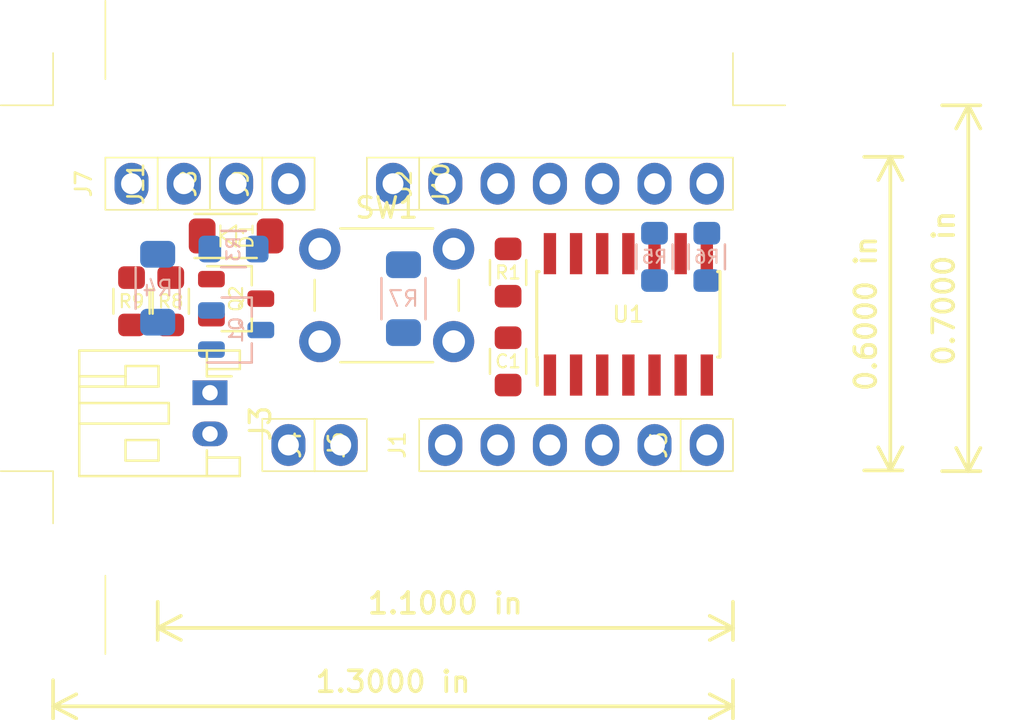
<source format=kicad_pcb>
(kicad_pcb (version 20171130) (host pcbnew "(5.0.1-3-g963ef8bb5)")

  (general
    (thickness 1.6)
    (drawings 12)
    (tracks 0)
    (zones 0)
    (modules 25)
    (nets 22)
  )

  (page A4)
  (title_block
    (title "ATTINY1614 mini board")
    (date 2018-12-10)
    (rev 1)
    (comment 1 creativecommons.org/licenses/by-sa/4.0/)
    (comment 2 "License: CC BY-SA 4.0")
    (comment 3 "(C) Vlad Belous")
  )

  (layers
    (0 F.Cu signal)
    (31 B.Cu signal)
    (32 B.Adhes user)
    (33 F.Adhes user)
    (34 B.Paste user)
    (35 F.Paste user)
    (36 B.SilkS user)
    (37 F.SilkS user)
    (38 B.Mask user)
    (39 F.Mask user)
    (40 Dwgs.User user)
    (41 Cmts.User user)
    (42 Eco1.User user)
    (43 Eco2.User user)
    (44 Edge.Cuts user)
    (45 Margin user)
    (46 B.CrtYd user)
    (47 F.CrtYd user)
    (48 B.Fab user)
    (49 F.Fab user)
  )

  (setup
    (last_trace_width 0.2032)
    (user_trace_width 0.2032)
    (user_trace_width 0.3048)
    (user_trace_width 0.6096)
    (trace_clearance 0.2032)
    (zone_clearance 0.508)
    (zone_45_only no)
    (trace_min 0.2032)
    (segment_width 0.0762)
    (edge_width 0.0254)
    (via_size 0.6096)
    (via_drill 0.3048)
    (via_min_size 0.6096)
    (via_min_drill 0.3048)
    (user_via 0.6096 0.3048)
    (user_via 0.762 0.4064)
    (uvia_size 0.3)
    (uvia_drill 0.1)
    (uvias_allowed no)
    (uvia_min_size 0.2)
    (uvia_min_drill 0.1)
    (pcb_text_width 0.1778)
    (pcb_text_size 1.016 1.016)
    (mod_edge_width 0.0762)
    (mod_text_size 0.762 0.762)
    (mod_text_width 0.1016)
    (pad_size 1.905 1.905)
    (pad_drill 1.016)
    (pad_to_mask_clearance 0.0508)
    (solder_mask_min_width 0.1524)
    (aux_axis_origin 0 0)
    (visible_elements FFFFFF7F)
    (pcbplotparams
      (layerselection 0x010fc_ffffffff)
      (usegerberextensions false)
      (usegerberattributes false)
      (usegerberadvancedattributes false)
      (creategerberjobfile false)
      (excludeedgelayer true)
      (linewidth 0.100000)
      (plotframeref false)
      (viasonmask false)
      (mode 1)
      (useauxorigin false)
      (hpglpennumber 1)
      (hpglpenspeed 20)
      (hpglpendiameter 15.000000)
      (psnegative false)
      (psa4output false)
      (plotreference true)
      (plotvalue true)
      (plotinvisibletext false)
      (padsonsilk false)
      (subtractmaskfromsilk false)
      (outputformat 1)
      (mirror false)
      (drillshape 1)
      (scaleselection 1)
      (outputdirectory ""))
  )

  (net 0 "")
  (net 1 VIN)
  (net 2 GND)
  (net 3 "Net-(J1-Pad2)")
  (net 4 "Net-(J1-Pad3)")
  (net 5 /RX)
  (net 6 /TX)
  (net 7 /SCK)
  (net 8 /MISO)
  (net 9 /MOSI)
  (net 10 /SCL)
  (net 11 /SDA)
  (net 12 "Net-(Q1-Pad1)")
  (net 13 "Net-(Q2-Pad1)")
  (net 14 /~RESET)
  (net 15 VOUT1-~EN)
  (net 16 "Net-(R7-Pad1)")
  (net 17 VEXT-EN)
  (net 18 UPDI)
  (net 19 /EXT_LOAD-)
  (net 20 /EXT_VIN_LOAD+)
  (net 21 /VOUT1)

  (net_class Default "This is the default net class."
    (clearance 0.2032)
    (trace_width 0.2032)
    (via_dia 0.6096)
    (via_drill 0.3048)
    (uvia_dia 0.3)
    (uvia_drill 0.1)
    (diff_pair_gap 0.25)
    (diff_pair_width 0.2032)
    (add_net /EXT_LOAD-)
    (add_net /EXT_VIN_LOAD+)
    (add_net /MISO)
    (add_net /MOSI)
    (add_net /RX)
    (add_net /SCK)
    (add_net /SCL)
    (add_net /SDA)
    (add_net /TX)
    (add_net /VOUT1)
    (add_net /~RESET)
    (add_net GND)
    (add_net "Net-(J1-Pad2)")
    (add_net "Net-(J1-Pad3)")
    (add_net "Net-(Q1-Pad1)")
    (add_net "Net-(Q2-Pad1)")
    (add_net "Net-(R7-Pad1)")
    (add_net UPDI)
    (add_net VEXT-EN)
    (add_net VIN)
    (add_net VOUT1-~EN)
  )

  (module local_footprints:0805_HS (layer F.Cu) (tedit 5C0C83D5) (tstamp 5C107D1A)
    (at 142.748 140.716 90)
    (descr "Resistor SMD 0805, reflow soldering, Vishay (see dcrcw.pdf)")
    (tags "resistor 0805")
    (path /5C0CD2E5)
    (attr smd)
    (fp_text reference C1 (at 0 0 180) (layer F.SilkS)
      (effects (font (size 0.635 0.635) (thickness 0.1016)))
    )
    (fp_text value 100nF (at 0 1.75 90) (layer F.Fab) hide
      (effects (font (size 1 1) (thickness 0.15)))
    )
    (fp_text user %R (at 0 0 90) (layer F.Fab)
      (effects (font (size 0.5 0.5) (thickness 0.075)))
    )
    (fp_line (start -1 0.62) (end -1 -0.62) (layer F.Fab) (width 0.1))
    (fp_line (start 1 0.62) (end -1 0.62) (layer F.Fab) (width 0.1))
    (fp_line (start 1 -0.62) (end 1 0.62) (layer F.Fab) (width 0.1))
    (fp_line (start -1 -0.62) (end 1 -0.62) (layer F.Fab) (width 0.1))
    (fp_line (start 0.6 0.88) (end -0.6 0.88) (layer F.SilkS) (width 0.12))
    (fp_line (start -0.6 -0.88) (end 0.6 -0.88) (layer F.SilkS) (width 0.12))
    (fp_line (start -1.55 -0.9) (end 1.55 -0.9) (layer F.CrtYd) (width 0.05))
    (fp_line (start -1.55 -0.9) (end -1.55 0.9) (layer F.CrtYd) (width 0.05))
    (fp_line (start 1.55 0.9) (end 1.55 -0.9) (layer F.CrtYd) (width 0.05))
    (fp_line (start 1.55 0.9) (end -1.55 0.9) (layer F.CrtYd) (width 0.05))
    (pad 1 smd roundrect (at -1.15 0 90) (size 1.1 1.3) (layers F.Cu F.Paste F.Mask) (roundrect_rratio 0.25)
      (net 1 VIN))
    (pad 2 smd roundrect (at 1.15 0 90) (size 1.1 1.3) (layers F.Cu F.Paste F.Mask) (roundrect_rratio 0.25)
      (net 2 GND))
    (model ${KISYS3DMOD}/Resistors_SMD.3dshapes/R_0805.wrl
      (at (xyz 0 0 0))
      (scale (xyz 1 1 1))
      (rotate (xyz 0 0 0))
    )
  )

  (module local_footprints:1206_Diode_HS (layer F.Cu) (tedit 5C0E1507) (tstamp 5C0F69EE)
    (at 129.54 134.62)
    (descr "Resistor SMD 1206, reflow soldering, Vishay (see dcrcw.pdf)")
    (tags "resistor 1206")
    (path /5C143C60)
    (attr smd)
    (fp_text reference D1 (at 0.508 0 90) (layer F.SilkS)
      (effects (font (size 0.635 0.635) (thickness 0.1016)))
    )
    (fp_text value D_Schottky (at 0 1.95) (layer F.Fab) hide
      (effects (font (size 1 1) (thickness 0.15)))
    )
    (fp_line (start 2.15 1.1) (end -2.15 1.1) (layer F.CrtYd) (width 0.05))
    (fp_line (start 2.15 1.1) (end 2.15 -1.11) (layer F.CrtYd) (width 0.05))
    (fp_line (start -2.15 -1.11) (end -2.15 1.1) (layer F.CrtYd) (width 0.05))
    (fp_line (start -2.15 -1.11) (end 2.15 -1.11) (layer F.CrtYd) (width 0.05))
    (fp_line (start -2.016 -1.07) (end 1 -1.07) (layer F.SilkS) (width 0.12))
    (fp_line (start 1 1.07) (end -2.016 1.07) (layer F.SilkS) (width 0.12))
    (fp_line (start -1.6 -0.8) (end 1.6 -0.8) (layer F.Fab) (width 0.1))
    (fp_line (start 1.6 -0.8) (end 1.6 0.8) (layer F.Fab) (width 0.1))
    (fp_line (start 1.6 0.8) (end -1.6 0.8) (layer F.Fab) (width 0.1))
    (fp_line (start -1.6 0.8) (end -1.6 -0.8) (layer F.Fab) (width 0.1))
    (fp_text user %R (at 0 0) (layer F.Fab)
      (effects (font (size 0.7 0.7) (thickness 0.105)))
    )
    (fp_line (start -0.762 -0.508) (end -0.762 0.508) (layer F.SilkS) (width 0.1016))
    (fp_line (start -0.762 0.508) (end -0.762 0) (layer F.SilkS) (width 0.0762))
    (fp_line (start -0.762 0) (end 0 -0.508) (layer F.SilkS) (width 0.1016))
    (fp_line (start 0 -0.508) (end 0 0.508) (layer F.SilkS) (width 0.1016))
    (fp_line (start 0 0.508) (end -0.762 0) (layer F.SilkS) (width 0.1016))
    (pad 2 smd roundrect (at 1.65 0) (size 1.3 1.7) (layers F.Cu F.Paste F.Mask) (roundrect_rratio 0.25)
      (net 19 /EXT_LOAD-))
    (pad 1 smd roundrect (at -1.65 0) (size 1.3 1.7) (layers F.Cu F.Paste F.Mask) (roundrect_rratio 0.25)
      (net 20 /EXT_VIN_LOAD+))
    (model ${KISYS3DMOD}/Resistors_SMD.3dshapes/R_1206.wrl
      (at (xyz 0 0 0))
      (scale (xyz 1 1 1))
      (rotate (xyz 0 0 0))
    )
  )

  (module local_footprints:Pin_Header_Straight_1x05_Pitch2.54mm (layer F.Cu) (tedit 5C0C9709) (tstamp 5C0F6A05)
    (at 139.7 144.78 90)
    (descr "Through hole straight pin header, 1x07, 2.54mm pitch, single row")
    (tags "Through hole pin header THT 1x07 2.54mm single row")
    (path /5C0E3557)
    (fp_text reference J1 (at 0 -2.33 90) (layer F.SilkS)
      (effects (font (size 0.762 0.762) (thickness 0.127)))
    )
    (fp_text value Conn_01x05 (at 0 13.335 90) (layer F.Fab) hide
      (effects (font (size 1 1) (thickness 0.15)))
    )
    (fp_text user %R (at 0 7.62 180) (layer F.Fab)
      (effects (font (size 1 1) (thickness 0.15)))
    )
    (fp_line (start 1.8 -1.8) (end -1.8 -1.8) (layer F.CrtYd) (width 0.05))
    (fp_line (start 1.8 12.065) (end 1.8 -1.8) (layer F.CrtYd) (width 0.05))
    (fp_line (start -1.8 12.065) (end 1.8 12.065) (layer F.CrtYd) (width 0.05))
    (fp_line (start -1.8 -1.8) (end -1.8 12.065) (layer F.CrtYd) (width 0.05))
    (fp_line (start -1.27 -1.27) (end 1.27 -1.27) (layer F.SilkS) (width 0.0762))
    (fp_line (start 1.27 -1.27) (end 1.27 11.43) (layer F.SilkS) (width 0.0762))
    (fp_line (start -1.27 -1.27) (end -1.27 11.43) (layer F.SilkS) (width 0.0762))
    (fp_line (start -1.27 11.43) (end 1.27 11.43) (layer F.SilkS) (width 0.0762))
    (fp_line (start -1.27 -0.635) (end -0.635 -1.27) (layer F.Fab) (width 0.1))
    (fp_line (start -1.27 11.43) (end -1.27 -0.635) (layer F.Fab) (width 0.1))
    (fp_line (start 1.27 11.43) (end -1.27 11.43) (layer F.Fab) (width 0.1))
    (fp_line (start 1.27 -1.27) (end 1.27 11.43) (layer F.Fab) (width 0.1))
    (fp_line (start -0.635 -1.27) (end 1.27 -1.27) (layer F.Fab) (width 0.1))
    (pad 1 thru_hole oval (at 0 0 90) (size 2.032 1.651) (drill 1.016) (layers *.Cu *.Mask)
      (net 1 VIN))
    (pad 2 thru_hole oval (at 0 2.54 90) (size 2.032 1.651) (drill 1.016) (layers *.Cu *.Mask)
      (net 3 "Net-(J1-Pad2)"))
    (pad 3 thru_hole oval (at 0 5.08 90) (size 2.032 1.651) (drill 1.016) (layers *.Cu *.Mask)
      (net 4 "Net-(J1-Pad3)"))
    (pad 4 thru_hole oval (at 0 7.62 90) (size 2.032 1.651) (drill 1.016) (layers *.Cu *.Mask)
      (net 5 /RX))
    (pad 5 thru_hole oval (at 0 10.16 90) (size 2.032 1.651) (drill 1.016) (layers *.Cu *.Mask)
      (net 6 /TX))
    (model ${KISYS3DMOD}/Pin_Headers.3dshapes/Pin_Header_Straight_1x07_Pitch2.54mm.wrl
      (at (xyz 0 0 0))
      (scale (xyz 1 1 1))
      (rotate (xyz 0 0 0))
    )
  )

  (module Connectors_JST:JST_PH_S2B-PH-K_02x2.00mm_Angled (layer F.Cu) (tedit 5C0F742B) (tstamp 5C108736)
    (at 128.27 142.24 270)
    (descr "JST PH series connector, S2B-PH-K, side entry type, through hole, Datasheet: http://www.jst-mfg.com/product/pdf/eng/ePH.pdf")
    (tags "connector jst ph")
    (path /5C0D2F02)
    (fp_text reference J3 (at 1.5 -2.45 270) (layer F.SilkS)
      (effects (font (size 1 1) (thickness 0.15)))
    )
    (fp_text value BAT_JST_PH (at 1 7.25 270) (layer F.Fab) hide
      (effects (font (size 1 1) (thickness 0.15)))
    )
    (fp_text user %R (at 1 2.5 270) (layer F.Fab)
      (effects (font (size 1 1) (thickness 0.15)))
    )
    (fp_line (start 0.5 1.35) (end 0 0.85) (layer F.Fab) (width 0.1))
    (fp_line (start -0.5 1.35) (end 0.5 1.35) (layer F.Fab) (width 0.1))
    (fp_line (start 0 0.85) (end -0.5 1.35) (layer F.Fab) (width 0.1))
    (fp_line (start -0.8 0.15) (end -0.8 -1.05) (layer F.SilkS) (width 0.12))
    (fp_line (start 3.25 0.25) (end -1.25 0.25) (layer F.Fab) (width 0.1))
    (fp_line (start 3.25 -1.35) (end 3.25 0.25) (layer F.Fab) (width 0.1))
    (fp_line (start 3.95 -1.35) (end 3.25 -1.35) (layer F.Fab) (width 0.1))
    (fp_line (start 3.95 6.25) (end 3.95 -1.35) (layer F.Fab) (width 0.1))
    (fp_line (start -1.95 6.25) (end 3.95 6.25) (layer F.Fab) (width 0.1))
    (fp_line (start -1.95 -1.35) (end -1.95 6.25) (layer F.Fab) (width 0.1))
    (fp_line (start -1.25 -1.35) (end -1.95 -1.35) (layer F.Fab) (width 0.1))
    (fp_line (start -1.25 0.25) (end -1.25 -1.35) (layer F.Fab) (width 0.1))
    (fp_line (start 4.45 -1.85) (end -2.45 -1.85) (layer F.CrtYd) (width 0.05))
    (fp_line (start 4.45 6.75) (end 4.45 -1.85) (layer F.CrtYd) (width 0.05))
    (fp_line (start -2.45 6.75) (end 4.45 6.75) (layer F.CrtYd) (width 0.05))
    (fp_line (start -2.45 -1.85) (end -2.45 6.75) (layer F.CrtYd) (width 0.05))
    (fp_line (start -0.8 4.1) (end -0.8 6.35) (layer F.SilkS) (width 0.12))
    (fp_line (start -0.3 4.1) (end -0.3 6.35) (layer F.SilkS) (width 0.12))
    (fp_line (start 2.3 2.5) (end 3.3 2.5) (layer F.SilkS) (width 0.12))
    (fp_line (start 2.3 4.1) (end 2.3 2.5) (layer F.SilkS) (width 0.12))
    (fp_line (start 3.3 4.1) (end 2.3 4.1) (layer F.SilkS) (width 0.12))
    (fp_line (start 3.3 2.5) (end 3.3 4.1) (layer F.SilkS) (width 0.12))
    (fp_line (start -0.3 2.5) (end -1.3 2.5) (layer F.SilkS) (width 0.12))
    (fp_line (start -0.3 4.1) (end -0.3 2.5) (layer F.SilkS) (width 0.12))
    (fp_line (start -1.3 4.1) (end -0.3 4.1) (layer F.SilkS) (width 0.12))
    (fp_line (start -1.3 2.5) (end -1.3 4.1) (layer F.SilkS) (width 0.12))
    (fp_line (start 4.05 0.15) (end 3.15 0.15) (layer F.SilkS) (width 0.12))
    (fp_line (start -2.05 0.15) (end -1.15 0.15) (layer F.SilkS) (width 0.12))
    (fp_line (start 3.15 0.15) (end 2.8 0.15) (layer F.SilkS) (width 0.12))
    (fp_line (start 3.15 -1.45) (end 3.15 0.15) (layer F.SilkS) (width 0.12))
    (fp_line (start 4.05 -1.45) (end 3.15 -1.45) (layer F.SilkS) (width 0.12))
    (fp_line (start 4.05 6.35) (end 4.05 -1.45) (layer F.SilkS) (width 0.12))
    (fp_line (start -2.05 6.35) (end 4.05 6.35) (layer F.SilkS) (width 0.12))
    (fp_line (start -2.05 -1.45) (end -2.05 6.35) (layer F.SilkS) (width 0.12))
    (fp_line (start -1.15 -1.45) (end -2.05 -1.45) (layer F.SilkS) (width 0.12))
    (fp_line (start -1.15 0.15) (end -1.15 -1.45) (layer F.SilkS) (width 0.12))
    (fp_line (start -0.8 0.15) (end -1.15 0.15) (layer F.SilkS) (width 0.12))
    (fp_line (start 1.5 2) (end 1.5 6.35) (layer F.SilkS) (width 0.12))
    (fp_line (start 0.5 2) (end 1.5 2) (layer F.SilkS) (width 0.12))
    (fp_line (start 0.5 6.35) (end 0.5 2) (layer F.SilkS) (width 0.12))
    (pad 2 thru_hole oval (at 2 0 270) (size 1.2 1.7) (drill 0.75) (layers *.Cu *.Mask)
      (net 2 GND))
    (pad 1 thru_hole rect (at 0 0 270) (size 1.2 1.7) (drill 0.75) (layers *.Cu *.Mask)
      (net 1 VIN))
    (model ${KISYS3DMOD}/Connectors_JST.3dshapes/JST_PH_S2B-PH-K_02x2.00mm_Angled.wrl
      (at (xyz 0 0 0))
      (scale (xyz 1 1 1))
      (rotate (xyz 0 0 0))
    )
  )

  (module local_footprints:Pin_Header_Straight_1x01_Pitch2.54mm (layer F.Cu) (tedit 5C0DF6BE) (tstamp 5C0F6A5C)
    (at 134.62 144.78 90)
    (descr "Through hole straight pin header, 1x07, 2.54mm pitch, single row")
    (tags "Through hole pin header THT 1x07 2.54mm single row")
    (path /5C15005B)
    (fp_text reference J4 (at 0 -2.33 90) (layer F.SilkS)
      (effects (font (size 0.762 0.762) (thickness 0.127)))
    )
    (fp_text value GND (at 0 2.54 90) (layer F.Fab) hide
      (effects (font (size 1 1) (thickness 0.15)))
    )
    (fp_line (start -0.635 -1.27) (end 1.27 -1.27) (layer F.Fab) (width 0.1))
    (fp_line (start 1.27 -1.27) (end 1.27 1.27) (layer F.Fab) (width 0.1))
    (fp_line (start 1.27 1.27) (end -1.27 1.27) (layer F.Fab) (width 0.1))
    (fp_line (start -1.27 1.27) (end -1.27 -0.635) (layer F.Fab) (width 0.1))
    (fp_line (start -1.27 -0.635) (end -0.635 -1.27) (layer F.Fab) (width 0.1))
    (fp_line (start -1.27 1.27) (end 1.27 1.27) (layer F.SilkS) (width 0.0762))
    (fp_line (start -1.27 -1.27) (end -1.27 1.27) (layer F.SilkS) (width 0.0762))
    (fp_line (start 1.27 -1.27) (end 1.27 1.27) (layer F.SilkS) (width 0.0762))
    (fp_line (start -1.27 -1.27) (end 1.27 -1.27) (layer F.SilkS) (width 0.0762))
    (fp_text user %R (at 0 -2.54 270) (layer F.Fab) hide
      (effects (font (size 1 1) (thickness 0.15)))
    )
    (pad 1 thru_hole oval (at 0 0 90) (size 2.032 1.651) (drill 1.016) (layers *.Cu *.Mask)
      (net 2 GND))
    (model ${KISYS3DMOD}/Pin_Headers.3dshapes/Pin_Header_Straight_1x07_Pitch2.54mm.wrl
      (at (xyz 0 0 0))
      (scale (xyz 1 1 1))
      (rotate (xyz 0 0 0))
    )
  )

  (module local_footprints:Pin_Header_Straight_1x01_Pitch2.54mm (layer F.Cu) (tedit 5C0DF6BE) (tstamp 5C0F6A6B)
    (at 152.4 144.78 90)
    (descr "Through hole straight pin header, 1x07, 2.54mm pitch, single row")
    (tags "Through hole pin header THT 1x07 2.54mm single row")
    (path /5C14DBBF)
    (fp_text reference J5 (at 0 -2.33 90) (layer F.SilkS)
      (effects (font (size 0.762 0.762) (thickness 0.127)))
    )
    (fp_text value GND (at 0 2.54 90) (layer F.Fab) hide
      (effects (font (size 1 1) (thickness 0.15)))
    )
    (fp_text user %R (at 0 -2.54 270) (layer F.Fab) hide
      (effects (font (size 1 1) (thickness 0.15)))
    )
    (fp_line (start -1.27 -1.27) (end 1.27 -1.27) (layer F.SilkS) (width 0.0762))
    (fp_line (start 1.27 -1.27) (end 1.27 1.27) (layer F.SilkS) (width 0.0762))
    (fp_line (start -1.27 -1.27) (end -1.27 1.27) (layer F.SilkS) (width 0.0762))
    (fp_line (start -1.27 1.27) (end 1.27 1.27) (layer F.SilkS) (width 0.0762))
    (fp_line (start -1.27 -0.635) (end -0.635 -1.27) (layer F.Fab) (width 0.1))
    (fp_line (start -1.27 1.27) (end -1.27 -0.635) (layer F.Fab) (width 0.1))
    (fp_line (start 1.27 1.27) (end -1.27 1.27) (layer F.Fab) (width 0.1))
    (fp_line (start 1.27 -1.27) (end 1.27 1.27) (layer F.Fab) (width 0.1))
    (fp_line (start -0.635 -1.27) (end 1.27 -1.27) (layer F.Fab) (width 0.1))
    (pad 1 thru_hole oval (at 0 0 90) (size 2.032 1.651) (drill 1.016) (layers *.Cu *.Mask)
      (net 2 GND))
    (model ${KISYS3DMOD}/Pin_Headers.3dshapes/Pin_Header_Straight_1x07_Pitch2.54mm.wrl
      (at (xyz 0 0 0))
      (scale (xyz 1 1 1))
      (rotate (xyz 0 0 0))
    )
  )

  (module local_footprints:Pin_Header_Straight_1x01_Pitch2.54mm (layer F.Cu) (tedit 5C0DF6BE) (tstamp 5C0F6A7A)
    (at 132.08 144.78 270)
    (descr "Through hole straight pin header, 1x07, 2.54mm pitch, single row")
    (tags "Through hole pin header THT 1x07 2.54mm single row")
    (path /5C0EBE90)
    (fp_text reference J6 (at 0 -2.33 270) (layer F.SilkS)
      (effects (font (size 0.762 0.762) (thickness 0.127)))
    )
    (fp_text value VOUT1 (at 0 2.54 270) (layer F.Fab) hide
      (effects (font (size 1 1) (thickness 0.15)))
    )
    (fp_text user %R (at 0 -2.54 90) (layer F.Fab) hide
      (effects (font (size 1 1) (thickness 0.15)))
    )
    (fp_line (start -1.27 -1.27) (end 1.27 -1.27) (layer F.SilkS) (width 0.0762))
    (fp_line (start 1.27 -1.27) (end 1.27 1.27) (layer F.SilkS) (width 0.0762))
    (fp_line (start -1.27 -1.27) (end -1.27 1.27) (layer F.SilkS) (width 0.0762))
    (fp_line (start -1.27 1.27) (end 1.27 1.27) (layer F.SilkS) (width 0.0762))
    (fp_line (start -1.27 -0.635) (end -0.635 -1.27) (layer F.Fab) (width 0.1))
    (fp_line (start -1.27 1.27) (end -1.27 -0.635) (layer F.Fab) (width 0.1))
    (fp_line (start 1.27 1.27) (end -1.27 1.27) (layer F.Fab) (width 0.1))
    (fp_line (start 1.27 -1.27) (end 1.27 1.27) (layer F.Fab) (width 0.1))
    (fp_line (start -0.635 -1.27) (end 1.27 -1.27) (layer F.Fab) (width 0.1))
    (pad 1 thru_hole oval (at 0 0 270) (size 2.032 1.651) (drill 1.016) (layers *.Cu *.Mask)
      (net 21 /VOUT1))
    (model ${KISYS3DMOD}/Pin_Headers.3dshapes/Pin_Header_Straight_1x07_Pitch2.54mm.wrl
      (at (xyz 0 0 0))
      (scale (xyz 1 1 1))
      (rotate (xyz 0 0 0))
    )
  )

  (module local_footprints:Pin_Header_Straight_1x01_Pitch2.54mm (layer F.Cu) (tedit 5C0DF6BE) (tstamp 5C0F6A89)
    (at 124.46 132.08 90)
    (descr "Through hole straight pin header, 1x07, 2.54mm pitch, single row")
    (tags "Through hole pin header THT 1x07 2.54mm single row")
    (path /5C11CBBA)
    (fp_text reference J7 (at 0 -2.33 90) (layer F.SilkS)
      (effects (font (size 0.762 0.762) (thickness 0.127)))
    )
    (fp_text value EXT_VIN (at 0 2.54 90) (layer F.Fab) hide
      (effects (font (size 1 1) (thickness 0.15)))
    )
    (fp_line (start -0.635 -1.27) (end 1.27 -1.27) (layer F.Fab) (width 0.1))
    (fp_line (start 1.27 -1.27) (end 1.27 1.27) (layer F.Fab) (width 0.1))
    (fp_line (start 1.27 1.27) (end -1.27 1.27) (layer F.Fab) (width 0.1))
    (fp_line (start -1.27 1.27) (end -1.27 -0.635) (layer F.Fab) (width 0.1))
    (fp_line (start -1.27 -0.635) (end -0.635 -1.27) (layer F.Fab) (width 0.1))
    (fp_line (start -1.27 1.27) (end 1.27 1.27) (layer F.SilkS) (width 0.0762))
    (fp_line (start -1.27 -1.27) (end -1.27 1.27) (layer F.SilkS) (width 0.0762))
    (fp_line (start 1.27 -1.27) (end 1.27 1.27) (layer F.SilkS) (width 0.0762))
    (fp_line (start -1.27 -1.27) (end 1.27 -1.27) (layer F.SilkS) (width 0.0762))
    (fp_text user %R (at 0 -2.54 270) (layer F.Fab) hide
      (effects (font (size 1 1) (thickness 0.15)))
    )
    (pad 1 thru_hole oval (at 0 0 90) (size 2.032 1.651) (drill 1.016) (layers *.Cu *.Mask)
      (net 20 /EXT_VIN_LOAD+))
    (model ${KISYS3DMOD}/Pin_Headers.3dshapes/Pin_Header_Straight_1x07_Pitch2.54mm.wrl
      (at (xyz 0 0 0))
      (scale (xyz 1 1 1))
      (rotate (xyz 0 0 0))
    )
  )

  (module local_footprints:Pin_Header_Straight_1x01_Pitch2.54mm (layer F.Cu) (tedit 5C0DF6BE) (tstamp 5C0F6A98)
    (at 129.54 132.08 90)
    (descr "Through hole straight pin header, 1x07, 2.54mm pitch, single row")
    (tags "Through hole pin header THT 1x07 2.54mm single row")
    (path /5C1299A2)
    (fp_text reference J8 (at 0 -2.33 90) (layer F.SilkS)
      (effects (font (size 0.762 0.762) (thickness 0.127)))
    )
    (fp_text value EXT_LOAD+ (at 0 2.54 90) (layer F.Fab) hide
      (effects (font (size 1 1) (thickness 0.15)))
    )
    (fp_text user %R (at 0 -2.54 270) (layer F.Fab) hide
      (effects (font (size 1 1) (thickness 0.15)))
    )
    (fp_line (start -1.27 -1.27) (end 1.27 -1.27) (layer F.SilkS) (width 0.0762))
    (fp_line (start 1.27 -1.27) (end 1.27 1.27) (layer F.SilkS) (width 0.0762))
    (fp_line (start -1.27 -1.27) (end -1.27 1.27) (layer F.SilkS) (width 0.0762))
    (fp_line (start -1.27 1.27) (end 1.27 1.27) (layer F.SilkS) (width 0.0762))
    (fp_line (start -1.27 -0.635) (end -0.635 -1.27) (layer F.Fab) (width 0.1))
    (fp_line (start -1.27 1.27) (end -1.27 -0.635) (layer F.Fab) (width 0.1))
    (fp_line (start 1.27 1.27) (end -1.27 1.27) (layer F.Fab) (width 0.1))
    (fp_line (start 1.27 -1.27) (end 1.27 1.27) (layer F.Fab) (width 0.1))
    (fp_line (start -0.635 -1.27) (end 1.27 -1.27) (layer F.Fab) (width 0.1))
    (pad 1 thru_hole oval (at 0 0 90) (size 2.032 1.651) (drill 1.016) (layers *.Cu *.Mask)
      (net 20 /EXT_VIN_LOAD+))
    (model ${KISYS3DMOD}/Pin_Headers.3dshapes/Pin_Header_Straight_1x07_Pitch2.54mm.wrl
      (at (xyz 0 0 0))
      (scale (xyz 1 1 1))
      (rotate (xyz 0 0 0))
    )
  )

  (module local_footprints:Pin_Header_Straight_1x01_Pitch2.54mm (layer F.Cu) (tedit 5C0DF6BE) (tstamp 5C0F6AA7)
    (at 132.08 132.08 90)
    (descr "Through hole straight pin header, 1x07, 2.54mm pitch, single row")
    (tags "Through hole pin header THT 1x07 2.54mm single row")
    (path /5C129AA1)
    (fp_text reference J9 (at 0 -2.33 90) (layer F.SilkS)
      (effects (font (size 0.762 0.762) (thickness 0.127)))
    )
    (fp_text value EXT_LOAD- (at 0 2.54 90) (layer F.Fab) hide
      (effects (font (size 1 1) (thickness 0.15)))
    )
    (fp_line (start -0.635 -1.27) (end 1.27 -1.27) (layer F.Fab) (width 0.1))
    (fp_line (start 1.27 -1.27) (end 1.27 1.27) (layer F.Fab) (width 0.1))
    (fp_line (start 1.27 1.27) (end -1.27 1.27) (layer F.Fab) (width 0.1))
    (fp_line (start -1.27 1.27) (end -1.27 -0.635) (layer F.Fab) (width 0.1))
    (fp_line (start -1.27 -0.635) (end -0.635 -1.27) (layer F.Fab) (width 0.1))
    (fp_line (start -1.27 1.27) (end 1.27 1.27) (layer F.SilkS) (width 0.0762))
    (fp_line (start -1.27 -1.27) (end -1.27 1.27) (layer F.SilkS) (width 0.0762))
    (fp_line (start 1.27 -1.27) (end 1.27 1.27) (layer F.SilkS) (width 0.0762))
    (fp_line (start -1.27 -1.27) (end 1.27 -1.27) (layer F.SilkS) (width 0.0762))
    (fp_text user %R (at 0 -2.54 270) (layer F.Fab) hide
      (effects (font (size 1 1) (thickness 0.15)))
    )
    (pad 1 thru_hole oval (at 0 0 90) (size 2.032 1.651) (drill 1.016) (layers *.Cu *.Mask)
      (net 19 /EXT_LOAD-))
    (model ${KISYS3DMOD}/Pin_Headers.3dshapes/Pin_Header_Straight_1x07_Pitch2.54mm.wrl
      (at (xyz 0 0 0))
      (scale (xyz 1 1 1))
      (rotate (xyz 0 0 0))
    )
  )

  (module local_footprints:SOT-23_HS (layer B.Cu) (tedit 5C0C84E5) (tstamp 5C0F6ABC)
    (at 129.54 139.192)
    (descr "SOT-23, Standard")
    (tags SOT-23)
    (path /5C0D6B1E)
    (attr smd)
    (fp_text reference Q1 (at 0 0 -90) (layer B.SilkS)
      (effects (font (size 0.635 0.635) (thickness 0.1016)) (justify mirror))
    )
    (fp_text value DMP2035U (at 0 -2.5) (layer B.Fab) hide
      (effects (font (size 1 1) (thickness 0.15)) (justify mirror))
    )
    (fp_line (start 0.76 -1.58) (end -0.7 -1.58) (layer B.SilkS) (width 0.12))
    (fp_line (start 0.76 1.58) (end -1.4 1.58) (layer B.SilkS) (width 0.12))
    (fp_line (start -1.7 -1.75) (end -1.7 1.75) (layer B.CrtYd) (width 0.05))
    (fp_line (start 1.7 -1.75) (end -1.7 -1.75) (layer B.CrtYd) (width 0.05))
    (fp_line (start 1.7 1.75) (end 1.7 -1.75) (layer B.CrtYd) (width 0.05))
    (fp_line (start -1.7 1.75) (end 1.7 1.75) (layer B.CrtYd) (width 0.05))
    (fp_line (start 0.76 1.58) (end 0.76 0.65) (layer B.SilkS) (width 0.12))
    (fp_line (start 0.76 -1.58) (end 0.76 -0.65) (layer B.SilkS) (width 0.12))
    (fp_line (start -0.7 -1.52) (end 0.7 -1.52) (layer B.Fab) (width 0.1))
    (fp_line (start 0.7 1.52) (end 0.7 -1.52) (layer B.Fab) (width 0.1))
    (fp_line (start -0.7 0.95) (end -0.15 1.52) (layer B.Fab) (width 0.1))
    (fp_line (start -0.15 1.52) (end 0.7 1.52) (layer B.Fab) (width 0.1))
    (fp_line (start -0.7 0.95) (end -0.7 -1.5) (layer B.Fab) (width 0.1))
    (fp_text user %R (at 0 0 -90) (layer B.Fab)
      (effects (font (size 0.635 0.635) (thickness 0.1016)) (justify mirror))
    )
    (pad 3 smd roundrect (at 1.2 0) (size 1.3 0.8) (layers B.Cu B.Paste B.Mask) (roundrect_rratio 0.25)
      (net 21 /VOUT1))
    (pad 2 smd roundrect (at -1.2 -0.95) (size 1.3 0.8) (layers B.Cu B.Paste B.Mask) (roundrect_rratio 0.25)
      (net 1 VIN))
    (pad 1 smd roundrect (at -1.2 0.95) (size 1.3 0.8) (layers B.Cu B.Paste B.Mask) (roundrect_rratio 0.25)
      (net 12 "Net-(Q1-Pad1)"))
    (model ${KISYS3DMOD}/TO_SOT_Packages_SMD.3dshapes/SOT-23.wrl
      (at (xyz 0 0 0))
      (scale (xyz 1 1 1))
      (rotate (xyz 0 0 0))
    )
  )

  (module local_footprints:SOT-23_HS (layer F.Cu) (tedit 5C0C84E5) (tstamp 5C0F8AFC)
    (at 129.54 137.668)
    (descr "SOT-23, Standard")
    (tags SOT-23)
    (path /5C118D44)
    (attr smd)
    (fp_text reference Q2 (at 0 0 90) (layer F.SilkS)
      (effects (font (size 0.635 0.635) (thickness 0.1016)))
    )
    (fp_text value NTR3C21NZ (at 0 2.5) (layer F.Fab) hide
      (effects (font (size 1 1) (thickness 0.15)))
    )
    (fp_text user %R (at 0 0 90) (layer F.Fab)
      (effects (font (size 0.635 0.635) (thickness 0.1016)))
    )
    (fp_line (start -0.7 -0.95) (end -0.7 1.5) (layer F.Fab) (width 0.1))
    (fp_line (start -0.15 -1.52) (end 0.7 -1.52) (layer F.Fab) (width 0.1))
    (fp_line (start -0.7 -0.95) (end -0.15 -1.52) (layer F.Fab) (width 0.1))
    (fp_line (start 0.7 -1.52) (end 0.7 1.52) (layer F.Fab) (width 0.1))
    (fp_line (start -0.7 1.52) (end 0.7 1.52) (layer F.Fab) (width 0.1))
    (fp_line (start 0.76 1.58) (end 0.76 0.65) (layer F.SilkS) (width 0.12))
    (fp_line (start 0.76 -1.58) (end 0.76 -0.65) (layer F.SilkS) (width 0.12))
    (fp_line (start -1.7 -1.75) (end 1.7 -1.75) (layer F.CrtYd) (width 0.05))
    (fp_line (start 1.7 -1.75) (end 1.7 1.75) (layer F.CrtYd) (width 0.05))
    (fp_line (start 1.7 1.75) (end -1.7 1.75) (layer F.CrtYd) (width 0.05))
    (fp_line (start -1.7 1.75) (end -1.7 -1.75) (layer F.CrtYd) (width 0.05))
    (fp_line (start 0.76 -1.58) (end -1.4 -1.58) (layer F.SilkS) (width 0.12))
    (fp_line (start 0.76 1.58) (end -0.7 1.58) (layer F.SilkS) (width 0.12))
    (pad 1 smd roundrect (at -1.2 -0.95) (size 1.3 0.8) (layers F.Cu F.Paste F.Mask) (roundrect_rratio 0.25)
      (net 13 "Net-(Q2-Pad1)"))
    (pad 2 smd roundrect (at -1.2 0.95) (size 1.3 0.8) (layers F.Cu F.Paste F.Mask) (roundrect_rratio 0.25)
      (net 2 GND))
    (pad 3 smd roundrect (at 1.2 0) (size 1.3 0.8) (layers F.Cu F.Paste F.Mask) (roundrect_rratio 0.25)
      (net 19 /EXT_LOAD-))
    (model ${KISYS3DMOD}/TO_SOT_Packages_SMD.3dshapes/SOT-23.wrl
      (at (xyz 0 0 0))
      (scale (xyz 1 1 1))
      (rotate (xyz 0 0 0))
    )
  )

  (module local_footprints:0805_HS (layer F.Cu) (tedit 5C0C83D5) (tstamp 5C0F6AE2)
    (at 142.748 136.398 270)
    (descr "Resistor SMD 0805, reflow soldering, Vishay (see dcrcw.pdf)")
    (tags "resistor 0805")
    (path /5C0C9288)
    (attr smd)
    (fp_text reference R1 (at 0 0) (layer F.SilkS)
      (effects (font (size 0.635 0.635) (thickness 0.1016)))
    )
    (fp_text value 3.3k (at 0 1.75 270) (layer F.Fab) hide
      (effects (font (size 1 1) (thickness 0.15)))
    )
    (fp_line (start 1.55 0.9) (end -1.55 0.9) (layer F.CrtYd) (width 0.05))
    (fp_line (start 1.55 0.9) (end 1.55 -0.9) (layer F.CrtYd) (width 0.05))
    (fp_line (start -1.55 -0.9) (end -1.55 0.9) (layer F.CrtYd) (width 0.05))
    (fp_line (start -1.55 -0.9) (end 1.55 -0.9) (layer F.CrtYd) (width 0.05))
    (fp_line (start -0.6 -0.88) (end 0.6 -0.88) (layer F.SilkS) (width 0.12))
    (fp_line (start 0.6 0.88) (end -0.6 0.88) (layer F.SilkS) (width 0.12))
    (fp_line (start -1 -0.62) (end 1 -0.62) (layer F.Fab) (width 0.1))
    (fp_line (start 1 -0.62) (end 1 0.62) (layer F.Fab) (width 0.1))
    (fp_line (start 1 0.62) (end -1 0.62) (layer F.Fab) (width 0.1))
    (fp_line (start -1 0.62) (end -1 -0.62) (layer F.Fab) (width 0.1))
    (fp_text user %R (at 0 0 270) (layer F.Fab)
      (effects (font (size 0.5 0.5) (thickness 0.075)))
    )
    (pad 2 smd roundrect (at 1.15 0 270) (size 1.1 1.3) (layers F.Cu F.Paste F.Mask) (roundrect_rratio 0.25)
      (net 14 /~RESET))
    (pad 1 smd roundrect (at -1.15 0 270) (size 1.1 1.3) (layers F.Cu F.Paste F.Mask) (roundrect_rratio 0.25)
      (net 18 UPDI))
    (model ${KISYS3DMOD}/Resistors_SMD.3dshapes/R_0805.wrl
      (at (xyz 0 0 0))
      (scale (xyz 1 1 1))
      (rotate (xyz 0 0 0))
    )
  )

  (module local_footprints:0805_HS (layer B.Cu) (tedit 5C0C83D5) (tstamp 5C0F6AF3)
    (at 129.413 135.255)
    (descr "Resistor SMD 0805, reflow soldering, Vishay (see dcrcw.pdf)")
    (tags "resistor 0805")
    (path /5C0D7BEE)
    (attr smd)
    (fp_text reference R3 (at 0 0 -90) (layer B.SilkS)
      (effects (font (size 0.635 0.635) (thickness 0.1016)) (justify mirror))
    )
    (fp_text value 100k (at 0 -1.75) (layer B.Fab) hide
      (effects (font (size 1 1) (thickness 0.15)) (justify mirror))
    )
    (fp_line (start 1.55 -0.9) (end -1.55 -0.9) (layer B.CrtYd) (width 0.05))
    (fp_line (start 1.55 -0.9) (end 1.55 0.9) (layer B.CrtYd) (width 0.05))
    (fp_line (start -1.55 0.9) (end -1.55 -0.9) (layer B.CrtYd) (width 0.05))
    (fp_line (start -1.55 0.9) (end 1.55 0.9) (layer B.CrtYd) (width 0.05))
    (fp_line (start -0.6 0.88) (end 0.6 0.88) (layer B.SilkS) (width 0.12))
    (fp_line (start 0.6 -0.88) (end -0.6 -0.88) (layer B.SilkS) (width 0.12))
    (fp_line (start -1 0.62) (end 1 0.62) (layer B.Fab) (width 0.1))
    (fp_line (start 1 0.62) (end 1 -0.62) (layer B.Fab) (width 0.1))
    (fp_line (start 1 -0.62) (end -1 -0.62) (layer B.Fab) (width 0.1))
    (fp_line (start -1 -0.62) (end -1 0.62) (layer B.Fab) (width 0.1))
    (fp_text user %R (at 0 0) (layer B.Fab)
      (effects (font (size 0.5 0.5) (thickness 0.075)) (justify mirror))
    )
    (pad 2 smd roundrect (at 1.15 0) (size 1.1 1.3) (layers B.Cu B.Paste B.Mask) (roundrect_rratio 0.25)
      (net 15 VOUT1-~EN))
    (pad 1 smd roundrect (at -1.15 0) (size 1.1 1.3) (layers B.Cu B.Paste B.Mask) (roundrect_rratio 0.25)
      (net 1 VIN))
    (model ${KISYS3DMOD}/Resistors_SMD.3dshapes/R_0805.wrl
      (at (xyz 0 0 0))
      (scale (xyz 1 1 1))
      (rotate (xyz 0 0 0))
    )
  )

  (module local_footprints:1206_HS (layer B.Cu) (tedit 5C0C843B) (tstamp 5C0F6B04)
    (at 125.73 137.16 270)
    (descr "Resistor SMD 1206, reflow soldering, Vishay (see dcrcw.pdf)")
    (tags "resistor 1206")
    (path /5C0DAAD2)
    (attr smd)
    (fp_text reference R4 (at 0 0 180) (layer B.SilkS)
      (effects (font (size 0.762 0.762) (thickness 0.1016)) (justify mirror))
    )
    (fp_text value 100 (at 0 -1.95 270) (layer B.Fab) hide
      (effects (font (size 1 1) (thickness 0.15)) (justify mirror))
    )
    (fp_text user %R (at 0 0 270) (layer B.Fab)
      (effects (font (size 0.7 0.7) (thickness 0.105)) (justify mirror))
    )
    (fp_line (start -1.6 -0.8) (end -1.6 0.8) (layer B.Fab) (width 0.1))
    (fp_line (start 1.6 -0.8) (end -1.6 -0.8) (layer B.Fab) (width 0.1))
    (fp_line (start 1.6 0.8) (end 1.6 -0.8) (layer B.Fab) (width 0.1))
    (fp_line (start -1.6 0.8) (end 1.6 0.8) (layer B.Fab) (width 0.1))
    (fp_line (start 1 -1.07) (end -1 -1.07) (layer B.SilkS) (width 0.12))
    (fp_line (start -1 1.07) (end 1 1.07) (layer B.SilkS) (width 0.12))
    (fp_line (start -2.15 1.11) (end 2.15 1.11) (layer B.CrtYd) (width 0.05))
    (fp_line (start -2.15 1.11) (end -2.15 -1.1) (layer B.CrtYd) (width 0.05))
    (fp_line (start 2.15 -1.1) (end 2.15 1.11) (layer B.CrtYd) (width 0.05))
    (fp_line (start 2.15 -1.1) (end -2.15 -1.1) (layer B.CrtYd) (width 0.05))
    (pad 1 smd roundrect (at -1.65 0 270) (size 1.3 1.7) (layers B.Cu B.Paste B.Mask) (roundrect_rratio 0.25)
      (net 15 VOUT1-~EN))
    (pad 2 smd roundrect (at 1.65 0 270) (size 1.3 1.7) (layers B.Cu B.Paste B.Mask) (roundrect_rratio 0.25)
      (net 12 "Net-(Q1-Pad1)"))
    (model ${KISYS3DMOD}/Resistors_SMD.3dshapes/R_1206.wrl
      (at (xyz 0 0 0))
      (scale (xyz 1 1 1))
      (rotate (xyz 0 0 0))
    )
  )

  (module local_footprints:0805_HS (layer B.Cu) (tedit 5C0C83D5) (tstamp 5C0F6B15)
    (at 149.86 135.636 90)
    (descr "Resistor SMD 0805, reflow soldering, Vishay (see dcrcw.pdf)")
    (tags "resistor 0805")
    (path /5C0C9DA1)
    (attr smd)
    (fp_text reference R5 (at 0 0) (layer B.SilkS)
      (effects (font (size 0.635 0.635) (thickness 0.1016)) (justify mirror))
    )
    (fp_text value 10k (at 0 -1.75 90) (layer B.Fab) hide
      (effects (font (size 1 1) (thickness 0.15)) (justify mirror))
    )
    (fp_text user %R (at 0 0 90) (layer B.Fab)
      (effects (font (size 0.5 0.5) (thickness 0.075)) (justify mirror))
    )
    (fp_line (start -1 -0.62) (end -1 0.62) (layer B.Fab) (width 0.1))
    (fp_line (start 1 -0.62) (end -1 -0.62) (layer B.Fab) (width 0.1))
    (fp_line (start 1 0.62) (end 1 -0.62) (layer B.Fab) (width 0.1))
    (fp_line (start -1 0.62) (end 1 0.62) (layer B.Fab) (width 0.1))
    (fp_line (start 0.6 -0.88) (end -0.6 -0.88) (layer B.SilkS) (width 0.12))
    (fp_line (start -0.6 0.88) (end 0.6 0.88) (layer B.SilkS) (width 0.12))
    (fp_line (start -1.55 0.9) (end 1.55 0.9) (layer B.CrtYd) (width 0.05))
    (fp_line (start -1.55 0.9) (end -1.55 -0.9) (layer B.CrtYd) (width 0.05))
    (fp_line (start 1.55 -0.9) (end 1.55 0.9) (layer B.CrtYd) (width 0.05))
    (fp_line (start 1.55 -0.9) (end -1.55 -0.9) (layer B.CrtYd) (width 0.05))
    (pad 1 smd roundrect (at -1.15 0 90) (size 1.1 1.3) (layers B.Cu B.Paste B.Mask) (roundrect_rratio 0.25)
      (net 1 VIN))
    (pad 2 smd roundrect (at 1.15 0 90) (size 1.1 1.3) (layers B.Cu B.Paste B.Mask) (roundrect_rratio 0.25)
      (net 10 /SCL))
    (model ${KISYS3DMOD}/Resistors_SMD.3dshapes/R_0805.wrl
      (at (xyz 0 0 0))
      (scale (xyz 1 1 1))
      (rotate (xyz 0 0 0))
    )
  )

  (module local_footprints:0805_HS (layer B.Cu) (tedit 5C0C83D5) (tstamp 5C0F6B26)
    (at 152.4 135.636 90)
    (descr "Resistor SMD 0805, reflow soldering, Vishay (see dcrcw.pdf)")
    (tags "resistor 0805")
    (path /5C0CA345)
    (attr smd)
    (fp_text reference R6 (at 0 0) (layer B.SilkS)
      (effects (font (size 0.635 0.635) (thickness 0.1016)) (justify mirror))
    )
    (fp_text value 10k (at 0 -1.75 90) (layer B.Fab) hide
      (effects (font (size 1 1) (thickness 0.15)) (justify mirror))
    )
    (fp_line (start 1.55 -0.9) (end -1.55 -0.9) (layer B.CrtYd) (width 0.05))
    (fp_line (start 1.55 -0.9) (end 1.55 0.9) (layer B.CrtYd) (width 0.05))
    (fp_line (start -1.55 0.9) (end -1.55 -0.9) (layer B.CrtYd) (width 0.05))
    (fp_line (start -1.55 0.9) (end 1.55 0.9) (layer B.CrtYd) (width 0.05))
    (fp_line (start -0.6 0.88) (end 0.6 0.88) (layer B.SilkS) (width 0.12))
    (fp_line (start 0.6 -0.88) (end -0.6 -0.88) (layer B.SilkS) (width 0.12))
    (fp_line (start -1 0.62) (end 1 0.62) (layer B.Fab) (width 0.1))
    (fp_line (start 1 0.62) (end 1 -0.62) (layer B.Fab) (width 0.1))
    (fp_line (start 1 -0.62) (end -1 -0.62) (layer B.Fab) (width 0.1))
    (fp_line (start -1 -0.62) (end -1 0.62) (layer B.Fab) (width 0.1))
    (fp_text user %R (at 0 0 90) (layer B.Fab)
      (effects (font (size 0.5 0.5) (thickness 0.075)) (justify mirror))
    )
    (pad 2 smd roundrect (at 1.15 0 90) (size 1.1 1.3) (layers B.Cu B.Paste B.Mask) (roundrect_rratio 0.25)
      (net 11 /SDA))
    (pad 1 smd roundrect (at -1.15 0 90) (size 1.1 1.3) (layers B.Cu B.Paste B.Mask) (roundrect_rratio 0.25)
      (net 1 VIN))
    (model ${KISYS3DMOD}/Resistors_SMD.3dshapes/R_0805.wrl
      (at (xyz 0 0 0))
      (scale (xyz 1 1 1))
      (rotate (xyz 0 0 0))
    )
  )

  (module local_footprints:1206_HS (layer B.Cu) (tedit 5C0C843B) (tstamp 5C108C19)
    (at 137.668 137.668 90)
    (descr "Resistor SMD 1206, reflow soldering, Vishay (see dcrcw.pdf)")
    (tags "resistor 1206")
    (path /5C0CF277)
    (attr smd)
    (fp_text reference R7 (at 0 0) (layer B.SilkS)
      (effects (font (size 0.762 0.762) (thickness 0.1016)) (justify mirror))
    )
    (fp_text value 100 (at 0 -1.95 90) (layer B.Fab) hide
      (effects (font (size 1 1) (thickness 0.15)) (justify mirror))
    )
    (fp_line (start 2.15 -1.1) (end -2.15 -1.1) (layer B.CrtYd) (width 0.05))
    (fp_line (start 2.15 -1.1) (end 2.15 1.11) (layer B.CrtYd) (width 0.05))
    (fp_line (start -2.15 1.11) (end -2.15 -1.1) (layer B.CrtYd) (width 0.05))
    (fp_line (start -2.15 1.11) (end 2.15 1.11) (layer B.CrtYd) (width 0.05))
    (fp_line (start -1 1.07) (end 1 1.07) (layer B.SilkS) (width 0.12))
    (fp_line (start 1 -1.07) (end -1 -1.07) (layer B.SilkS) (width 0.12))
    (fp_line (start -1.6 0.8) (end 1.6 0.8) (layer B.Fab) (width 0.1))
    (fp_line (start 1.6 0.8) (end 1.6 -0.8) (layer B.Fab) (width 0.1))
    (fp_line (start 1.6 -0.8) (end -1.6 -0.8) (layer B.Fab) (width 0.1))
    (fp_line (start -1.6 -0.8) (end -1.6 0.8) (layer B.Fab) (width 0.1))
    (fp_text user %R (at 0 0 90) (layer B.Fab)
      (effects (font (size 0.7 0.7) (thickness 0.105)) (justify mirror))
    )
    (pad 2 smd roundrect (at 1.65 0 90) (size 1.3 1.7) (layers B.Cu B.Paste B.Mask) (roundrect_rratio 0.25)
      (net 2 GND))
    (pad 1 smd roundrect (at -1.65 0 90) (size 1.3 1.7) (layers B.Cu B.Paste B.Mask) (roundrect_rratio 0.25)
      (net 16 "Net-(R7-Pad1)"))
    (model ${KISYS3DMOD}/Resistors_SMD.3dshapes/R_1206.wrl
      (at (xyz 0 0 0))
      (scale (xyz 1 1 1))
      (rotate (xyz 0 0 0))
    )
  )

  (module local_footprints:0805_HS (layer F.Cu) (tedit 5C0C83D5) (tstamp 5C0F6B48)
    (at 126.365 137.795 90)
    (descr "Resistor SMD 0805, reflow soldering, Vishay (see dcrcw.pdf)")
    (tags "resistor 0805")
    (path /5C1363AA)
    (attr smd)
    (fp_text reference R8 (at 0 0 180) (layer F.SilkS)
      (effects (font (size 0.635 0.635) (thickness 0.1016)))
    )
    (fp_text value 1k (at 0 1.75 90) (layer F.Fab) hide
      (effects (font (size 1 1) (thickness 0.15)))
    )
    (fp_line (start 1.55 0.9) (end -1.55 0.9) (layer F.CrtYd) (width 0.05))
    (fp_line (start 1.55 0.9) (end 1.55 -0.9) (layer F.CrtYd) (width 0.05))
    (fp_line (start -1.55 -0.9) (end -1.55 0.9) (layer F.CrtYd) (width 0.05))
    (fp_line (start -1.55 -0.9) (end 1.55 -0.9) (layer F.CrtYd) (width 0.05))
    (fp_line (start -0.6 -0.88) (end 0.6 -0.88) (layer F.SilkS) (width 0.12))
    (fp_line (start 0.6 0.88) (end -0.6 0.88) (layer F.SilkS) (width 0.12))
    (fp_line (start -1 -0.62) (end 1 -0.62) (layer F.Fab) (width 0.1))
    (fp_line (start 1 -0.62) (end 1 0.62) (layer F.Fab) (width 0.1))
    (fp_line (start 1 0.62) (end -1 0.62) (layer F.Fab) (width 0.1))
    (fp_line (start -1 0.62) (end -1 -0.62) (layer F.Fab) (width 0.1))
    (fp_text user %R (at 0 0 90) (layer F.Fab)
      (effects (font (size 0.5 0.5) (thickness 0.075)))
    )
    (pad 2 smd roundrect (at 1.15 0 90) (size 1.1 1.3) (layers F.Cu F.Paste F.Mask) (roundrect_rratio 0.25)
      (net 13 "Net-(Q2-Pad1)"))
    (pad 1 smd roundrect (at -1.15 0 90) (size 1.1 1.3) (layers F.Cu F.Paste F.Mask) (roundrect_rratio 0.25)
      (net 17 VEXT-EN))
    (model ${KISYS3DMOD}/Resistors_SMD.3dshapes/R_0805.wrl
      (at (xyz 0 0 0))
      (scale (xyz 1 1 1))
      (rotate (xyz 0 0 0))
    )
  )

  (module local_footprints:0805_HS (layer F.Cu) (tedit 5C0C83D5) (tstamp 5C0F6B59)
    (at 124.46 137.795 90)
    (descr "Resistor SMD 0805, reflow soldering, Vishay (see dcrcw.pdf)")
    (tags "resistor 0805")
    (path /5C118E1D)
    (attr smd)
    (fp_text reference R9 (at 0 0 180) (layer F.SilkS)
      (effects (font (size 0.635 0.635) (thickness 0.1016)))
    )
    (fp_text value 100k (at 0 1.75 90) (layer F.Fab) hide
      (effects (font (size 1 1) (thickness 0.15)))
    )
    (fp_text user %R (at 0 0 90) (layer F.Fab)
      (effects (font (size 0.5 0.5) (thickness 0.075)))
    )
    (fp_line (start -1 0.62) (end -1 -0.62) (layer F.Fab) (width 0.1))
    (fp_line (start 1 0.62) (end -1 0.62) (layer F.Fab) (width 0.1))
    (fp_line (start 1 -0.62) (end 1 0.62) (layer F.Fab) (width 0.1))
    (fp_line (start -1 -0.62) (end 1 -0.62) (layer F.Fab) (width 0.1))
    (fp_line (start 0.6 0.88) (end -0.6 0.88) (layer F.SilkS) (width 0.12))
    (fp_line (start -0.6 -0.88) (end 0.6 -0.88) (layer F.SilkS) (width 0.12))
    (fp_line (start -1.55 -0.9) (end 1.55 -0.9) (layer F.CrtYd) (width 0.05))
    (fp_line (start -1.55 -0.9) (end -1.55 0.9) (layer F.CrtYd) (width 0.05))
    (fp_line (start 1.55 0.9) (end 1.55 -0.9) (layer F.CrtYd) (width 0.05))
    (fp_line (start 1.55 0.9) (end -1.55 0.9) (layer F.CrtYd) (width 0.05))
    (pad 1 smd roundrect (at -1.15 0 90) (size 1.1 1.3) (layers F.Cu F.Paste F.Mask) (roundrect_rratio 0.25)
      (net 17 VEXT-EN))
    (pad 2 smd roundrect (at 1.15 0 90) (size 1.1 1.3) (layers F.Cu F.Paste F.Mask) (roundrect_rratio 0.25)
      (net 2 GND))
    (model ${KISYS3DMOD}/Resistors_SMD.3dshapes/R_0805.wrl
      (at (xyz 0 0 0))
      (scale (xyz 1 1 1))
      (rotate (xyz 0 0 0))
    )
  )

  (module Buttons_Switches_THT:SW_PUSH_6mm (layer F.Cu) (tedit 5923F252) (tstamp 5C0F6B78)
    (at 133.604 135.255)
    (descr https://www.omron.com/ecb/products/pdf/en-b3f.pdf)
    (tags "tact sw push 6mm")
    (path /5C0CBBCD)
    (fp_text reference SW1 (at 3.25 -2) (layer F.SilkS)
      (effects (font (size 1 1) (thickness 0.15)))
    )
    (fp_text value SW_SPST (at 3.75 6.7) (layer F.Fab)
      (effects (font (size 1 1) (thickness 0.15)))
    )
    (fp_circle (center 3.25 2.25) (end 1.25 2.5) (layer F.Fab) (width 0.1))
    (fp_line (start 6.75 3) (end 6.75 1.5) (layer F.SilkS) (width 0.12))
    (fp_line (start 5.5 -1) (end 1 -1) (layer F.SilkS) (width 0.12))
    (fp_line (start -0.25 1.5) (end -0.25 3) (layer F.SilkS) (width 0.12))
    (fp_line (start 1 5.5) (end 5.5 5.5) (layer F.SilkS) (width 0.12))
    (fp_line (start 8 -1.25) (end 8 5.75) (layer F.CrtYd) (width 0.05))
    (fp_line (start 7.75 6) (end -1.25 6) (layer F.CrtYd) (width 0.05))
    (fp_line (start -1.5 5.75) (end -1.5 -1.25) (layer F.CrtYd) (width 0.05))
    (fp_line (start -1.25 -1.5) (end 7.75 -1.5) (layer F.CrtYd) (width 0.05))
    (fp_line (start -1.5 6) (end -1.25 6) (layer F.CrtYd) (width 0.05))
    (fp_line (start -1.5 5.75) (end -1.5 6) (layer F.CrtYd) (width 0.05))
    (fp_line (start -1.5 -1.5) (end -1.25 -1.5) (layer F.CrtYd) (width 0.05))
    (fp_line (start -1.5 -1.25) (end -1.5 -1.5) (layer F.CrtYd) (width 0.05))
    (fp_line (start 8 -1.5) (end 8 -1.25) (layer F.CrtYd) (width 0.05))
    (fp_line (start 7.75 -1.5) (end 8 -1.5) (layer F.CrtYd) (width 0.05))
    (fp_line (start 8 6) (end 8 5.75) (layer F.CrtYd) (width 0.05))
    (fp_line (start 7.75 6) (end 8 6) (layer F.CrtYd) (width 0.05))
    (fp_line (start 0.25 -0.75) (end 3.25 -0.75) (layer F.Fab) (width 0.1))
    (fp_line (start 0.25 5.25) (end 0.25 -0.75) (layer F.Fab) (width 0.1))
    (fp_line (start 6.25 5.25) (end 0.25 5.25) (layer F.Fab) (width 0.1))
    (fp_line (start 6.25 -0.75) (end 6.25 5.25) (layer F.Fab) (width 0.1))
    (fp_line (start 3.25 -0.75) (end 6.25 -0.75) (layer F.Fab) (width 0.1))
    (fp_text user %R (at 3.25 2.25) (layer F.Fab)
      (effects (font (size 1 1) (thickness 0.15)))
    )
    (pad 1 thru_hole circle (at 6.5 0 90) (size 2 2) (drill 1.1) (layers *.Cu *.Mask)
      (net 14 /~RESET))
    (pad 2 thru_hole circle (at 6.5 4.5 90) (size 2 2) (drill 1.1) (layers *.Cu *.Mask)
      (net 16 "Net-(R7-Pad1)"))
    (pad 1 thru_hole circle (at 0 0 90) (size 2 2) (drill 1.1) (layers *.Cu *.Mask)
      (net 14 /~RESET))
    (pad 2 thru_hole circle (at 0 4.5 90) (size 2 2) (drill 1.1) (layers *.Cu *.Mask)
      (net 16 "Net-(R7-Pad1)"))
    (model ${KISYS3DMOD}/Buttons_Switches_THT.3dshapes/SW_PUSH_6mm.wrl
      (offset (xyz 0.1269999980926514 0 0))
      (scale (xyz 0.3937 0.3937 0.3937))
      (rotate (xyz 0 0 0))
    )
  )

  (module local_footprints:SOIC-14_3.9x8.7mm_Pitch1.27mm_HS (layer F.Cu) (tedit 5C0C84B5) (tstamp 5C0F6F7E)
    (at 148.59 138.43 90)
    (descr "14-Lead Plastic Small Outline (SL) - Narrow, 3.90 mm Body [SOIC] (see Microchip Packaging Specification 00000049BS.pdf)")
    (tags "SOIC 1.27")
    (path /5C0C88B4)
    (attr smd)
    (fp_text reference U1 (at 0 0 180) (layer F.SilkS)
      (effects (font (size 0.762 0.762) (thickness 0.127)))
    )
    (fp_text value attiny1614 (at 0 5.375 90) (layer F.Fab) hide
      (effects (font (size 1 1) (thickness 0.15)))
    )
    (fp_line (start -2.075 -4.425) (end -3.45 -4.425) (layer F.SilkS) (width 0.15))
    (fp_line (start -2.075 4.45) (end 2.075 4.45) (layer F.SilkS) (width 0.15))
    (fp_line (start -2.075 -4.45) (end 2.075 -4.45) (layer F.SilkS) (width 0.15))
    (fp_line (start -2.075 4.45) (end -2.075 4.335) (layer F.SilkS) (width 0.15))
    (fp_line (start 2.075 4.45) (end 2.075 4.335) (layer F.SilkS) (width 0.15))
    (fp_line (start 2.075 -4.45) (end 2.075 -4.335) (layer F.SilkS) (width 0.15))
    (fp_line (start -2.075 -4.45) (end -2.075 -4.425) (layer F.SilkS) (width 0.15))
    (fp_line (start -3.95 4.65) (end 3.95 4.65) (layer F.CrtYd) (width 0.05))
    (fp_line (start -3.95 -4.65) (end 3.95 -4.65) (layer F.CrtYd) (width 0.05))
    (fp_line (start 3.95 -4.65) (end 3.95 4.65) (layer F.CrtYd) (width 0.05))
    (fp_line (start -3.95 -4.65) (end -3.95 4.65) (layer F.CrtYd) (width 0.05))
    (fp_line (start -1.27 -3.175) (end -0.635 -3.81) (layer F.Fab) (width 0.15))
    (fp_line (start -1.27 3.81) (end -1.27 -3.175) (layer F.Fab) (width 0.15))
    (fp_line (start 1.27 3.81) (end -1.27 3.81) (layer F.Fab) (width 0.15))
    (fp_line (start 1.27 -3.81) (end 1.27 3.81) (layer F.Fab) (width 0.15))
    (fp_line (start -0.635 -3.81) (end 1.27 -3.81) (layer F.Fab) (width 0.15))
    (fp_text user %R (at 0 0 180) (layer F.Fab)
      (effects (font (size 0.762 0.762) (thickness 0.127)))
    )
    (pad 14 smd rect (at 2.95 -3.81 90) (size 2 0.6) (layers F.Cu F.Paste F.Mask)
      (net 2 GND))
    (pad 13 smd rect (at 2.95 -2.54 90) (size 2 0.6) (layers F.Cu F.Paste F.Mask)
      (net 7 /SCK))
    (pad 12 smd rect (at 2.95 -1.27 90) (size 2 0.6) (layers F.Cu F.Paste F.Mask)
      (net 8 /MISO))
    (pad 11 smd rect (at 2.95 0 90) (size 2 0.6) (layers F.Cu F.Paste F.Mask)
      (net 9 /MOSI))
    (pad 10 smd rect (at 2.95 1.27 90) (size 2 0.6) (layers F.Cu F.Paste F.Mask)
      (net 14 /~RESET))
    (pad 9 smd rect (at 2.95 2.54 90) (size 2 0.6) (layers F.Cu F.Paste F.Mask)
      (net 10 /SCL))
    (pad 8 smd rect (at 2.95 3.81 90) (size 2 0.6) (layers F.Cu F.Paste F.Mask)
      (net 11 /SDA))
    (pad 7 smd rect (at -2.95 3.81 90) (size 2 0.6) (layers F.Cu F.Paste F.Mask)
      (net 6 /TX))
    (pad 6 smd rect (at -2.95 2.54 90) (size 2 0.6) (layers F.Cu F.Paste F.Mask)
      (net 5 /RX))
    (pad 5 smd rect (at -2.95 1.27 90) (size 2 0.6) (layers F.Cu F.Paste F.Mask)
      (net 4 "Net-(J1-Pad3)"))
    (pad 4 smd rect (at -2.95 0 90) (size 2 0.6) (layers F.Cu F.Paste F.Mask)
      (net 3 "Net-(J1-Pad2)"))
    (pad 3 smd rect (at -2.95 -1.27 90) (size 2 0.6) (layers F.Cu F.Paste F.Mask)
      (net 17 VEXT-EN))
    (pad 2 smd rect (at -2.95 -2.54 90) (size 2 0.6) (layers F.Cu F.Paste F.Mask)
      (net 15 VOUT1-~EN))
    (pad 1 smd rect (at -2.95 -3.81 90) (size 2 0.6) (layers F.Cu F.Paste F.Mask)
      (net 1 VIN))
    (model ${KISYS3DMOD}/Housings_SOIC.3dshapes/SOIC-14_3.9x8.7mm_Pitch1.27mm.wrl
      (at (xyz 0 0 0))
      (scale (xyz 1 1 1))
      (rotate (xyz 0 0 0))
    )
  )

  (module local_footprints:Pin_Header_Straight_1x01_Pitch2.54mm (layer F.Cu) (tedit 5C0DF6BE) (tstamp 5C0F84C6)
    (at 137.16 132.08 270)
    (descr "Through hole straight pin header, 1x07, 2.54mm pitch, single row")
    (tags "Through hole pin header THT 1x07 2.54mm single row")
    (path /5C1067D4)
    (fp_text reference J10 (at 0 -2.33 270) (layer F.SilkS)
      (effects (font (size 0.762 0.762) (thickness 0.127)))
    )
    (fp_text value UPDI (at 0 2.54 270) (layer F.Fab) hide
      (effects (font (size 1 1) (thickness 0.15)))
    )
    (fp_text user %R (at 0 -2.54 90) (layer F.Fab) hide
      (effects (font (size 1 1) (thickness 0.15)))
    )
    (fp_line (start -1.27 -1.27) (end 1.27 -1.27) (layer F.SilkS) (width 0.0762))
    (fp_line (start 1.27 -1.27) (end 1.27 1.27) (layer F.SilkS) (width 0.0762))
    (fp_line (start -1.27 -1.27) (end -1.27 1.27) (layer F.SilkS) (width 0.0762))
    (fp_line (start -1.27 1.27) (end 1.27 1.27) (layer F.SilkS) (width 0.0762))
    (fp_line (start -1.27 -0.635) (end -0.635 -1.27) (layer F.Fab) (width 0.1))
    (fp_line (start -1.27 1.27) (end -1.27 -0.635) (layer F.Fab) (width 0.1))
    (fp_line (start 1.27 1.27) (end -1.27 1.27) (layer F.Fab) (width 0.1))
    (fp_line (start 1.27 -1.27) (end 1.27 1.27) (layer F.Fab) (width 0.1))
    (fp_line (start -0.635 -1.27) (end 1.27 -1.27) (layer F.Fab) (width 0.1))
    (pad 1 thru_hole oval (at 0 0 270) (size 2.032 1.651) (drill 1.016) (layers *.Cu *.Mask)
      (net 18 UPDI))
    (model ${KISYS3DMOD}/Pin_Headers.3dshapes/Pin_Header_Straight_1x07_Pitch2.54mm.wrl
      (at (xyz 0 0 0))
      (scale (xyz 1 1 1))
      (rotate (xyz 0 0 0))
    )
  )

  (module local_footprints:Pin_Header_Straight_1x06_Pitch2.54mm (layer F.Cu) (tedit 5C0F6E7A) (tstamp 5C0F856C)
    (at 139.7 132.08 90)
    (descr "Through hole straight pin header, 1x07, 2.54mm pitch, single row")
    (tags "Through hole pin header THT 1x07 2.54mm single row")
    (path /5C0FA426)
    (fp_text reference J2 (at 0 -2.032 90) (layer F.SilkS)
      (effects (font (size 0.762 0.762) (thickness 0.127)))
    )
    (fp_text value Conn_01x06 (at 0 14.986 270) (layer F.Fab) hide
      (effects (font (size 1 1) (thickness 0.15)))
    )
    (fp_text user %R (at 0 7.62 180) (layer F.Fab)
      (effects (font (size 1 1) (thickness 0.15)))
    )
    (fp_line (start -1.27 -1.27) (end 1.27 -1.27) (layer F.SilkS) (width 0.0762))
    (fp_line (start 1.27 -1.27) (end 1.27 13.97) (layer F.SilkS) (width 0.0762))
    (fp_line (start -1.27 -1.27) (end -1.27 13.97) (layer F.SilkS) (width 0.0762))
    (fp_line (start -1.27 13.97) (end 1.27 13.97) (layer F.SilkS) (width 0.0762))
    (fp_line (start -1.27 -0.635) (end -0.635 -1.27) (layer F.Fab) (width 0.1))
    (fp_line (start -1.27 13.97) (end -1.27 -0.635) (layer F.Fab) (width 0.1))
    (fp_line (start 1.27 13.97) (end -1.27 13.97) (layer F.Fab) (width 0.1))
    (fp_line (start 1.27 -1.27) (end 1.27 13.97) (layer F.Fab) (width 0.1))
    (fp_line (start -0.635 -1.27) (end 1.27 -1.27) (layer F.Fab) (width 0.1))
    (pad 1 thru_hole oval (at 0 0 90) (size 2.032 1.651) (drill 1.016) (layers *.Cu *.Mask)
      (net 2 GND))
    (pad 2 thru_hole oval (at 0 2.54 90) (size 2.032 1.651) (drill 1.016) (layers *.Cu *.Mask)
      (net 7 /SCK))
    (pad 3 thru_hole oval (at 0 5.08 90) (size 2.032 1.651) (drill 1.016) (layers *.Cu *.Mask)
      (net 8 /MISO))
    (pad 4 thru_hole oval (at 0 7.62 90) (size 2.032 1.651) (drill 1.016) (layers *.Cu *.Mask)
      (net 9 /MOSI))
    (pad 5 thru_hole oval (at 0 10.16 90) (size 2.032 1.651) (drill 1.016) (layers *.Cu *.Mask)
      (net 10 /SCL))
    (pad 6 thru_hole oval (at 0 12.7 90) (size 2.032 1.651) (drill 1.016) (layers *.Cu *.Mask)
      (net 11 /SDA))
    (model ${KISYS3DMOD}/Pin_Headers.3dshapes/Pin_Header_Straight_1x07_Pitch2.54mm.wrl
      (at (xyz 0 0 0))
      (scale (xyz 1 1 1))
      (rotate (xyz 0 0 0))
    )
  )

  (module local_footprints:Pin_Header_Straight_1x01_Pitch2.54mm (layer F.Cu) (tedit 5C0DF6BE) (tstamp 5C108AAA)
    (at 127 132.08 90)
    (descr "Through hole straight pin header, 1x07, 2.54mm pitch, single row")
    (tags "Through hole pin header THT 1x07 2.54mm single row")
    (path /5C109BD6)
    (fp_text reference J11 (at 0 -2.33 90) (layer F.SilkS)
      (effects (font (size 0.762 0.762) (thickness 0.127)))
    )
    (fp_text value GND (at 0 2.54 90) (layer F.Fab) hide
      (effects (font (size 1 1) (thickness 0.15)))
    )
    (fp_text user %R (at 0 -2.54 270) (layer F.Fab) hide
      (effects (font (size 1 1) (thickness 0.15)))
    )
    (fp_line (start -1.27 -1.27) (end 1.27 -1.27) (layer F.SilkS) (width 0.0762))
    (fp_line (start 1.27 -1.27) (end 1.27 1.27) (layer F.SilkS) (width 0.0762))
    (fp_line (start -1.27 -1.27) (end -1.27 1.27) (layer F.SilkS) (width 0.0762))
    (fp_line (start -1.27 1.27) (end 1.27 1.27) (layer F.SilkS) (width 0.0762))
    (fp_line (start -1.27 -0.635) (end -0.635 -1.27) (layer F.Fab) (width 0.1))
    (fp_line (start -1.27 1.27) (end -1.27 -0.635) (layer F.Fab) (width 0.1))
    (fp_line (start 1.27 1.27) (end -1.27 1.27) (layer F.Fab) (width 0.1))
    (fp_line (start 1.27 -1.27) (end 1.27 1.27) (layer F.Fab) (width 0.1))
    (fp_line (start -0.635 -1.27) (end 1.27 -1.27) (layer F.Fab) (width 0.1))
    (pad 1 thru_hole oval (at 0 0 90) (size 2.032 1.651) (drill 1.016) (layers *.Cu *.Mask)
      (net 2 GND))
    (model ${KISYS3DMOD}/Pin_Headers.3dshapes/Pin_Header_Straight_1x07_Pitch2.54mm.wrl
      (at (xyz 0 0 0))
      (scale (xyz 1 1 1))
      (rotate (xyz 0 0 0))
    )
  )

  (gr_line (start 123.19 123.19) (end 123.19 127) (layer F.SilkS) (width 0.0762))
  (gr_line (start 123.19 154.94) (end 123.19 151.13) (layer F.SilkS) (width 0.0762))
  (gr_line (start 153.67 128.27) (end 156.21 128.27) (layer F.SilkS) (width 0.0762))
  (gr_line (start 153.67 125.73) (end 153.67 128.27) (layer F.SilkS) (width 0.0762))
  (gr_line (start 120.65 146.05) (end 120.65 148.59) (layer F.SilkS) (width 0.0762))
  (gr_line (start 118.11 146.05) (end 120.65 146.05) (layer F.SilkS) (width 0.0762))
  (gr_line (start 120.65 128.27) (end 120.65 125.73) (layer F.SilkS) (width 0.0762))
  (gr_line (start 118.11 128.27) (end 120.65 128.27) (layer F.SilkS) (width 0.0762))
  (dimension 27.94 (width 0.1778) (layer F.SilkS)
    (gr_text "1.1000 in" (at 139.7 155.0416) (layer F.SilkS)
      (effects (font (size 1.016 1.016) (thickness 0.1778)))
    )
    (feature1 (pts (xy 125.73 152.4) (xy 125.73 154.256421)))
    (feature2 (pts (xy 153.67 152.4) (xy 153.67 154.256421)))
    (crossbar (pts (xy 153.67 153.67) (xy 125.73 153.67)))
    (arrow1a (pts (xy 125.73 153.67) (xy 126.856504 153.083579)))
    (arrow1b (pts (xy 125.73 153.67) (xy 126.856504 154.256421)))
    (arrow2a (pts (xy 153.67 153.67) (xy 152.543496 153.083579)))
    (arrow2b (pts (xy 153.67 153.67) (xy 152.543496 154.256421)))
  )
  (dimension 33.02 (width 0.1778) (layer F.SilkS)
    (gr_text "1.3000 in" (at 137.16 158.8516) (layer F.SilkS)
      (effects (font (size 1.016 1.016) (thickness 0.1778)))
    )
    (feature1 (pts (xy 120.65 156.21) (xy 120.65 158.066421)))
    (feature2 (pts (xy 153.67 156.21) (xy 153.67 158.066421)))
    (crossbar (pts (xy 153.67 157.48) (xy 120.65 157.48)))
    (arrow1a (pts (xy 120.65 157.48) (xy 121.776504 156.893579)))
    (arrow1b (pts (xy 120.65 157.48) (xy 121.776504 158.066421)))
    (arrow2a (pts (xy 153.67 157.48) (xy 152.543496 156.893579)))
    (arrow2b (pts (xy 153.67 157.48) (xy 152.543496 158.066421)))
  )
  (dimension 17.78 (width 0.1778) (layer F.SilkS)
    (gr_text "0.7000 in" (at 166.4716 137.16 90) (layer F.SilkS)
      (effects (font (size 1.016 1.016) (thickness 0.1778)))
    )
    (feature1 (pts (xy 163.83 128.27) (xy 165.686421 128.27)))
    (feature2 (pts (xy 163.83 146.05) (xy 165.686421 146.05)))
    (crossbar (pts (xy 165.1 146.05) (xy 165.1 128.27)))
    (arrow1a (pts (xy 165.1 128.27) (xy 165.686421 129.396504)))
    (arrow1b (pts (xy 165.1 128.27) (xy 164.513579 129.396504)))
    (arrow2a (pts (xy 165.1 146.05) (xy 165.686421 144.923496)))
    (arrow2b (pts (xy 165.1 146.05) (xy 164.513579 144.923496)))
  )
  (dimension 15.24 (width 0.1778) (layer F.SilkS)
    (gr_text "0.6000 in" (at 162.685317 138.394845 90) (layer F.SilkS)
      (effects (font (size 1.016 1.016) (thickness 0.1778)))
    )
    (feature1 (pts (xy 160.043717 130.774845) (xy 161.900138 130.774845)))
    (feature2 (pts (xy 160.043717 146.014845) (xy 161.900138 146.014845)))
    (crossbar (pts (xy 161.313717 146.014845) (xy 161.313717 130.774845)))
    (arrow1a (pts (xy 161.313717 130.774845) (xy 161.900138 131.901349)))
    (arrow1b (pts (xy 161.313717 130.774845) (xy 160.727296 131.901349)))
    (arrow2a (pts (xy 161.313717 146.014845) (xy 161.900138 144.888341)))
    (arrow2b (pts (xy 161.313717 146.014845) (xy 160.727296 144.888341)))
  )

)

</source>
